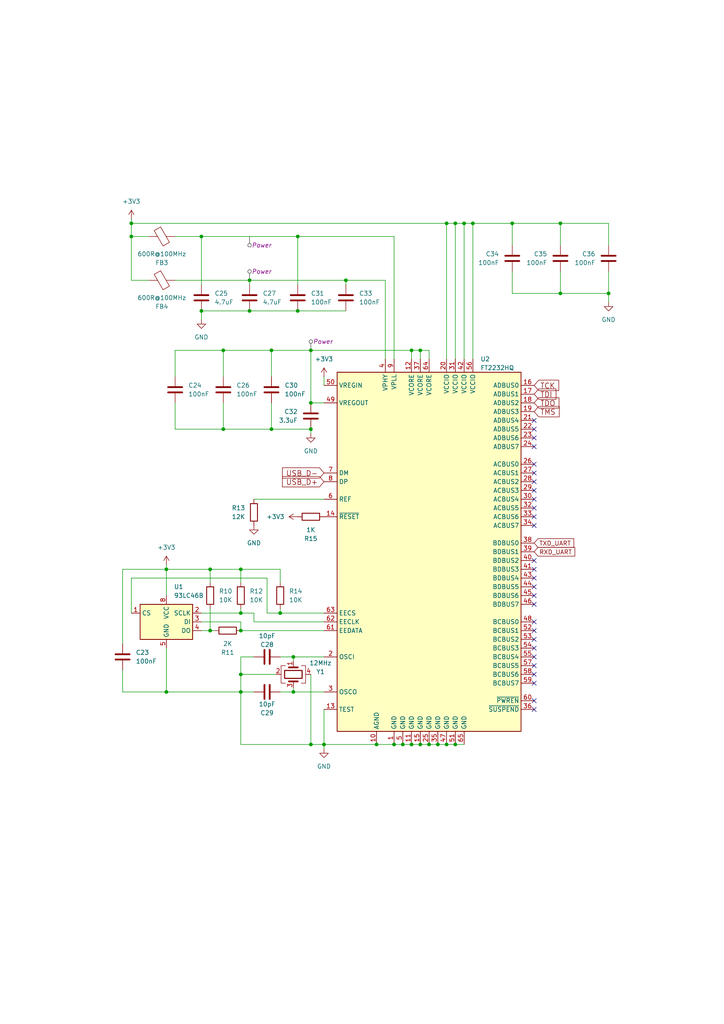
<source format=kicad_sch>
(kicad_sch (version 20231120) (generator "eeschema") (generator_version "8.0")
  (paper "A4" portrait)
  (lib_symbols
    (symbol "Device:C" (pin_numbers hide) (pin_names (offset 0.254))
      (property "Reference" "C" (at 0.635 2.54 0))
      (property "Value" "C" (at 0.635 -2.54 0))
      (symbol "C_0_1"
        (polyline (pts (xy -2.032 -0.762) (xy 2.032 -0.762)) (stroke (width 0.508)))
        (polyline (pts (xy -2.032 0.762) (xy 2.032 0.762)) (stroke (width 0.508)))
      )
      (symbol "C_1_1"
        (pin passive line (at 0 3.81 270) (length 2.794) (name "~") (number "1"))
        (pin passive line (at 0 -3.81 90) (length 2.794) (name "~") (number "2"))
      )
    )
    (symbol "Device:Crystal_GND24" (pin_names (offset 1.016) hide)
      (property "Reference" "Y" (at 3.175 5.08 0))
      (property "Value" "Crystal_GND24" (at 3.175 3.175 0))
      (symbol "Crystal_GND24_0_1"
        (rectangle (start -1.143 2.54) (end 1.143 -2.54) (stroke (width 0.3048)))
        (polyline (pts (xy -2.54 0) (xy -2.032 0)))
        (polyline (pts (xy -2.032 -1.27) (xy -2.032 1.27)) (stroke (width 0.508)))
        (polyline (pts (xy 0 -3.81) (xy 0 -3.556)))
        (polyline (pts (xy 0 3.556) (xy 0 3.81)))
        (polyline (pts (xy 2.032 -1.27) (xy 2.032 1.27)) (stroke (width 0.508)))
        (polyline (pts (xy 2.032 0) (xy 2.54 0)))
        (polyline (pts (xy -2.54 -2.286) (xy -2.54 -3.556) (xy 2.54 -3.556) (xy 2.54 -2.286)))
        (polyline (pts (xy -2.54 2.286) (xy -2.54 3.556) (xy 2.54 3.556) (xy 2.54 2.286)))
      )
      (symbol "Crystal_GND24_1_1"
        (pin passive line (at -3.81 0 0) (length 1.27) (name "1") (number "1"))
        (pin passive line (at 0 5.08 270) (length 1.27) (name "2") (number "2"))
        (pin passive line (at 3.81 0 180) (length 1.27) (name "3") (number "3"))
        (pin passive line (at 0 -5.08 90) (length 1.27) (name "4") (number "4"))
      )
    )
    (symbol "Device:FerriteBead" (pin_numbers hide) (pin_names (offset 0))
      (property "Reference" "FB" (at -3.81 0.635 90))
      (property "Value" "FerriteBead" (at 3.81 0 90))
      (symbol "FerriteBead_0_1"
        (polyline (pts (xy 0 -1.27) (xy 0 -1.2192)))
        (polyline (pts (xy 0 1.27) (xy 0 1.2954)))
        (polyline (pts (xy -2.7686 0.4064) (xy -1.7018 2.2606) (xy 2.7686 -0.3048) (xy 1.6764 -2.159) (xy -2.7686 0.4064)))
      )
      (symbol "FerriteBead_1_1"
        (pin passive line (at 0 3.81 270) (length 2.54) (name "~") (number "1"))
        (pin passive line (at 0 -3.81 90) (length 2.54) (name "~") (number "2"))
      )
    )
    (symbol "Device:R" (pin_numbers hide) (pin_names (offset 0))
      (property "Reference" "R" (at 2.032 0 90))
      (property "Value" "R" (at 0 0 90))
      (symbol "R_0_1"
        (rectangle (start -1.016 -2.54) (end 1.016 2.54) (stroke (width 0.254)))
      )
      (symbol "R_1_1"
        (pin passive line (at 0 3.81 270) (length 1.27) (name "~") (number "1"))
        (pin passive line (at 0 -3.81 90) (length 1.27) (name "~") (number "2"))
      )
    )
    (symbol "Interface_USB:FT2232HQ"
      (property "Reference" "U" (at -26.67 53.34 0))
      (property "Value" "FT2232HQ" (at 19.05 53.34 0))
      (symbol "FT2232HQ_0_1"
        (rectangle (start -26.67 -52.07) (end 26.67 52.07) (stroke (width 0.254)) (fill (type background)))
      )
      (symbol "FT2232HQ_1_1"
        (pin power_in line (at -10.16 -55.88 90) (length 3.81) (name "GND") (number "1"))
        (pin power_in line (at -15.24 -55.88 90) (length 3.81) (name "AGND") (number "10"))
        (pin power_in line (at -5.08 -55.88 90) (length 3.81) (name "GND") (number "11"))
        (pin power_in line (at -5.08 55.88 270) (length 3.81) (name "VCORE") (number "12"))
        (pin input line (at -30.48 -45.72 0) (length 3.81) (name "TEST") (number "13"))
        (pin input line (at -30.48 10.16 0) (length 3.81) (name "~{RESET}") (number "14"))
        (pin power_in line (at -2.54 -55.88 90) (length 3.81) (name "GND") (number "15"))
        (pin bidirectional line (at 30.48 48.26 180) (length 3.81) (name "ADBUS0") (number "16"))
        (pin bidirectional line (at 30.48 45.72 180) (length 3.81) (name "ADBUS1") (number "17"))
        (pin bidirectional line (at 30.48 43.18 180) (length 3.81) (name "ADBUS2") (number "18"))
        (pin bidirectional line (at 30.48 40.64 180) (length 3.81) (name "ADBUS3") (number "19"))
        (pin input line (at -30.48 -30.48 0) (length 3.81) (name "OSCI") (number "2"))
        (pin power_in line (at 5.08 55.88 270) (length 3.81) (name "VCCIO") (number "20"))
        (pin bidirectional line (at 30.48 38.1 180) (length 3.81) (name "ADBUS4") (number "21"))
        (pin bidirectional line (at 30.48 35.56 180) (length 3.81) (name "ADBUS5") (number "22"))
        (pin bidirectional line (at 30.48 33.02 180) (length 3.81) (name "ADBUS6") (number "23"))
        (pin bidirectional line (at 30.48 30.48 180) (length 3.81) (name "ADBUS7") (number "24"))
        (pin power_in line (at 0 -55.88 90) (length 3.81) (name "GND") (number "25"))
        (pin bidirectional line (at 30.48 25.4 180) (length 3.81) (name "ACBUS0") (number "26"))
        (pin bidirectional line (at 30.48 22.86 180) (length 3.81) (name "ACBUS1") (number "27"))
        (pin bidirectional line (at 30.48 20.32 180) (length 3.81) (name "ACBUS2") (number "28"))
        (pin bidirectional line (at 30.48 17.78 180) (length 3.81) (name "ACBUS3") (number "29"))
        (pin output line (at -30.48 -40.64 0) (length 3.81) (name "OSCO") (number "3"))
        (pin bidirectional line (at 30.48 15.24 180) (length 3.81) (name "ACBUS4") (number "30"))
        (pin power_in line (at 7.62 55.88 270) (length 3.81) (name "VCCIO") (number "31"))
        (pin bidirectional line (at 30.48 12.7 180) (length 3.81) (name "ACBUS5") (number "32"))
        (pin bidirectional line (at 30.48 10.16 180) (length 3.81) (name "ACBUS6") (number "33"))
        (pin bidirectional line (at 30.48 7.62 180) (length 3.81) (name "ACBUS7") (number "34"))
        (pin power_in line (at 2.54 -55.88 90) (length 3.81) (name "GND") (number "35"))
        (pin output line (at 30.48 -45.72 180) (length 3.81) (name "~{SUSPEND}") (number "36"))
        (pin power_in line (at -2.54 55.88 270) (length 3.81) (name "VCORE") (number "37"))
        (pin bidirectional line (at 30.48 2.54 180) (length 3.81) (name "BDBUS0") (number "38"))
        (pin bidirectional line (at 30.48 0 180) (length 3.81) (name "BDBUS1") (number "39"))
        (pin power_in line (at -12.7 55.88 270) (length 3.81) (name "VPHY") (number "4"))
        (pin bidirectional line (at 30.48 -2.54 180) (length 3.81) (name "BDBUS2") (number "40"))
        (pin bidirectional line (at 30.48 -5.08 180) (length 3.81) (name "BDBUS3") (number "41"))
        (pin power_in line (at 10.16 55.88 270) (length 3.81) (name "VCCIO") (number "42"))
        (pin bidirectional line (at 30.48 -7.62 180) (length 3.81) (name "BDBUS4") (number "43"))
        (pin bidirectional line (at 30.48 -10.16 180) (length 3.81) (name "BDBUS5") (number "44"))
        (pin bidirectional line (at 30.48 -12.7 180) (length 3.81) (name "BDBUS6") (number "45"))
        (pin bidirectional line (at 30.48 -15.24 180) (length 3.81) (name "BDBUS7") (number "46"))
        (pin power_in line (at 5.08 -55.88 90) (length 3.81) (name "GND") (number "47"))
        (pin bidirectional line (at 30.48 -20.32 180) (length 3.81) (name "BCBUS0") (number "48"))
        (pin power_out line (at -30.48 43.18 0) (length 3.81) (name "VREGOUT") (number "49"))
        (pin power_in line (at -7.62 -55.88 90) (length 3.81) (name "GND") (number "5"))
        (pin power_in line (at -30.48 48.26 0) (length 3.81) (name "VREGIN") (number "50"))
        (pin power_in line (at 7.62 -55.88 90) (length 3.81) (name "GND") (number "51"))
        (pin bidirectional line (at 30.48 -22.86 180) (length 3.81) (name "BCBUS1") (number "52"))
        (pin bidirectional line (at 30.48 -25.4 180) (length 3.81) (name "BCBUS2") (number "53"))
        (pin bidirectional line (at 30.48 -27.94 180) (length 3.81) (name "BCBUS3") (number "54"))
        (pin bidirectional line (at 30.48 -30.48 180) (length 3.81) (name "BCBUS4") (number "55"))
        (pin power_in line (at 12.7 55.88 270) (length 3.81) (name "VCCIO") (number "56"))
        (pin bidirectional line (at 30.48 -33.02 180) (length 3.81) (name "BCBUS5") (number "57"))
        (pin bidirectional line (at 30.48 -35.56 180) (length 3.81) (name "BCBUS6") (number "58"))
        (pin bidirectional line (at 30.48 -38.1 180) (length 3.81) (name "BCBUS7") (number "59"))
        (pin output line (at -30.48 15.24 0) (length 3.81) (name "REF") (number "6"))
        (pin output line (at 30.48 -43.18 180) (length 3.81) (name "~{PWREN}") (number "60"))
        (pin bidirectional line (at -30.48 -22.86 0) (length 3.81) (name "EEDATA") (number "61"))
        (pin output line (at -30.48 -20.32 0) (length 3.81) (name "EECLK") (number "62"))
        (pin output line (at -30.48 -17.78 0) (length 3.81) (name "EECS") (number "63"))
        (pin power_in line (at 0 55.88 270) (length 3.81) (name "VCORE") (number "64"))
        (pin power_in line (at 10.16 -55.88 90) (length 3.81) (name "GND") (number "65"))
        (pin bidirectional line (at -30.48 22.86 0) (length 3.81) (name "DM") (number "7"))
        (pin bidirectional line (at -30.48 20.32 0) (length 3.81) (name "DP") (number "8"))
        (pin input line (at -10.16 55.88 270) (length 3.81) (name "VPLL") (number "9"))
      )
    )
    (symbol "Memory_EEPROM:93LCxxB"
      (property "Reference" "U" (at -7.62 6.35 0))
      (property "Value" "93LCxxB" (at 2.54 -6.35 0))
      (symbol "93LCxxB_1_1"
        (rectangle (start -7.62 5.08) (end 7.62 -5.08) (stroke (width 0.254)) (fill (type background)))
        (pin input line (at -10.16 2.54 0) (length 2.54) (name "CS") (number "1"))
        (pin input line (at 10.16 2.54 180) (length 2.54) (name "SCLK") (number "2"))
        (pin input line (at 10.16 0 180) (length 2.54) (name "DI") (number "3"))
        (pin tri_state line (at 10.16 -2.54 180) (length 2.54) (name "DO") (number "4"))
        (pin power_in line (at 0 -7.62 90) (length 2.54) (name "GND") (number "5"))
        (pin no_connect line (at -7.62 0 0) (length 2.54) hide (name "NC") (number "6"))
        (pin no_connect line (at -7.62 -2.54 0) (length 2.54) hide (name "NC") (number "7"))
        (pin power_in line (at 0 7.62 270) (length 2.54) (name "VCC") (number "8"))
      )
    )
    (symbol "power:+3V3" (power) (pin_numbers hide) (pin_names (offset 0) hide)
      (property "Value" "+3V3" (at 0 3.556 0))
      (symbol "+3V3_0_1"
        (polyline (pts (xy -0.762 1.27) (xy 0 2.54)))
        (polyline (pts (xy 0 0) (xy 0 2.54)))
        (polyline (pts (xy 0 2.54) (xy 0.762 1.27)))
      )
      (symbol "+3V3_1_1"
        (pin power_in line (at 0 0 90) (length 0) (name "~") (number "1"))
      )
    )
    (symbol "power:GND" (power) (pin_numbers hide) (pin_names (offset 0) hide)
      (property "Value" "GND" (at 0 -3.81 0))
      (symbol "GND_0_1"
        (polyline (pts (xy 0 0) (xy 0 -1.27) (xy 1.27 -1.27) (xy 0 -2.54) (xy -1.27 -1.27) (xy 0 -1.27)))
      )
      (symbol "GND_1_1"
        (pin power_in line (at 0 0 270) (length 0) (name "~") (number "1"))
      )
    )
  )
  (junction (at 85.09 200.66))
  (junction (at 78.74 101.6))
  (junction (at 124.46 215.9))
  (junction (at 90.17 116.84))
  (junction (at 64.77 124.46))
  (junction (at 48.26 165.1))
  (junction (at 90.17 124.46))
  (junction (at 132.08 64.77))
  (junction (at 134.62 64.77))
  (junction (at 38.1 64.77))
  (junction (at 69.85 195.58))
  (junction (at 162.56 85.09))
  (junction (at 69.85 177.8))
  (junction (at 69.85 165.1))
  (junction (at 72.39 90.17))
  (junction (at 90.17 101.6))
  (junction (at 69.85 182.88))
  (junction (at 129.54 215.9))
  (junction (at 48.26 200.66))
  (junction (at 81.28 177.8))
  (junction (at 86.36 68.58))
  (junction (at 132.08 215.9))
  (junction (at 93.98 215.9))
  (junction (at 114.3 215.9))
  (junction (at 78.74 124.46))
  (junction (at 60.96 165.1))
  (junction (at 127 215.9))
  (junction (at 38.1 68.58))
  (junction (at 119.38 101.6))
  (junction (at 85.09 190.5))
  (junction (at 162.56 64.77))
  (junction (at 64.77 101.6))
  (junction (at 69.85 200.66))
  (junction (at 116.84 215.9))
  (junction (at 121.92 101.6))
  (junction (at 72.39 81.28))
  (junction (at 90.17 215.9))
  (junction (at 109.22 215.9))
  (junction (at 137.16 64.77))
  (junction (at 58.42 90.17))
  (junction (at 119.38 215.9))
  (junction (at 100.33 81.28))
  (junction (at 86.36 90.17))
  (junction (at 121.92 215.9))
  (junction (at 176.53 85.09))
  (junction (at 58.42 68.58))
  (junction (at 129.54 64.77))
  (junction (at 148.59 64.77))
  (junction (at 60.96 182.88))
  (no_connect (at 154.94 134.62))
  (no_connect (at 154.94 129.54))
  (no_connect (at 154.94 147.32))
  (no_connect (at 154.94 170.18))
  (no_connect (at 154.94 144.78))
  (no_connect (at 154.94 182.88))
  (no_connect (at 154.94 124.46))
  (no_connect (at 154.94 172.72))
  (no_connect (at 154.94 152.4))
  (no_connect (at 154.94 139.7))
  (no_connect (at 154.94 127))
  (no_connect (at 154.94 175.26))
  (no_connect (at 154.94 121.92))
  (no_connect (at 154.94 190.5))
  (no_connect (at 154.94 195.58))
  (no_connect (at 154.94 149.86))
  (no_connect (at 154.94 187.96))
  (no_connect (at 154.94 198.12))
  (no_connect (at 154.94 165.1))
  (no_connect (at 154.94 167.64))
  (no_connect (at 154.94 193.04))
  (no_connect (at 154.94 180.34))
  (no_connect (at 154.94 185.42))
  (no_connect (at 154.94 142.24))
  (no_connect (at 154.94 137.16))
  (no_connect (at 154.94 162.56))
  (no_connect (at 154.94 203.2))
  (no_connect (at 154.94 205.74))
  (wire (pts (xy 69.85 195.58) (xy 80.01 195.58)))
  (wire (pts (xy 124.46 101.6) (xy 124.46 104.14)))
  (wire (pts (xy 85.09 190.5) (xy 85.09 191.77)))
  (wire (pts (xy 129.54 64.77) (xy 132.08 64.77)))
  (wire (pts (xy 162.56 85.09) (xy 176.53 85.09)))
  (wire (pts (xy 129.54 64.77) (xy 129.54 104.14)))
  (wire (pts (xy 72.39 81.28) (xy 100.33 81.28)))
  (wire (pts (xy 81.28 177.8) (xy 93.98 177.8)))
  (wire (pts (xy 85.09 200.66) (xy 93.98 200.66)))
  (wire (pts (xy 38.1 64.77) (xy 38.1 68.58)))
  (wire (pts (xy 93.98 111.76) (xy 93.98 109.22)))
  (wire (pts (xy 119.38 215.9) (xy 121.92 215.9)))
  (wire (pts (xy 38.1 68.58) (xy 38.1 81.28)))
  (wire (pts (xy 50.8 116.84) (xy 50.8 124.46)))
  (wire (pts (xy 90.17 195.58) (xy 90.17 215.9)))
  (wire (pts (xy 69.85 165.1) (xy 69.85 168.91)))
  (wire (pts (xy 90.17 215.9) (xy 93.98 215.9)))
  (wire (pts (xy 81.28 200.66) (xy 85.09 200.66)))
  (wire (pts (xy 148.59 85.09) (xy 162.56 85.09)))
  (wire (pts (xy 50.8 68.58) (xy 58.42 68.58)))
  (wire (pts (xy 48.26 165.1) (xy 60.96 165.1)))
  (wire (pts (xy 176.53 85.09) (xy 176.53 87.63)))
  (wire (pts (xy 132.08 215.9) (xy 134.62 215.9)))
  (wire (pts (xy 100.33 81.28) (xy 100.33 82.55)))
  (wire (pts (xy 69.85 215.9) (xy 90.17 215.9)))
  (wire (pts (xy 111.76 81.28) (xy 111.76 104.14)))
  (wire (pts (xy 69.85 200.66) (xy 69.85 215.9)))
  (wire (pts (xy 50.8 124.46) (xy 64.77 124.46)))
  (wire (pts (xy 121.92 215.9) (xy 124.46 215.9)))
  (wire (pts (xy 100.33 81.28) (xy 111.76 81.28)))
  (wire (pts (xy 90.17 116.84) (xy 90.17 101.6)))
  (wire (pts (xy 162.56 64.77) (xy 176.53 64.77)))
  (wire (pts (xy 90.17 125.73) (xy 90.17 124.46)))
  (wire (pts (xy 78.74 124.46) (xy 90.17 124.46)))
  (wire (pts (xy 78.74 109.22) (xy 78.74 101.6)))
  (wire (pts (xy 81.28 165.1) (xy 81.28 168.91)))
  (wire (pts (xy 148.59 78.74) (xy 148.59 85.09)))
  (wire (pts (xy 119.38 101.6) (xy 119.38 104.14)))
  (wire (pts (xy 60.96 182.88) (xy 62.23 182.88)))
  (wire (pts (xy 64.77 124.46) (xy 78.74 124.46)))
  (wire (pts (xy 176.53 78.74) (xy 176.53 85.09)))
  (wire (pts (xy 77.47 177.8) (xy 81.28 177.8)))
  (wire (pts (xy 64.77 116.84) (xy 64.77 124.46)))
  (wire (pts (xy 38.1 177.8) (xy 38.1 167.64)))
  (wire (pts (xy 58.42 92.71) (xy 58.42 90.17)))
  (wire (pts (xy 109.22 215.9) (xy 114.3 215.9)))
  (wire (pts (xy 93.98 205.74) (xy 93.98 215.9)))
  (wire (pts (xy 48.26 200.66) (xy 69.85 200.66)))
  (wire (pts (xy 127 215.9) (xy 129.54 215.9)))
  (wire (pts (xy 38.1 64.77) (xy 129.54 64.77)))
  (wire (pts (xy 93.98 116.84) (xy 90.17 116.84)))
  (wire (pts (xy 134.62 64.77) (xy 134.62 104.14)))
  (wire (pts (xy 38.1 68.58) (xy 43.18 68.58)))
  (wire (pts (xy 60.96 176.53) (xy 60.96 182.88)))
  (wire (pts (xy 58.42 90.17) (xy 72.39 90.17)))
  (wire (pts (xy 77.47 167.64) (xy 77.47 177.8)))
  (wire (pts (xy 50.8 101.6) (xy 50.8 109.22)))
  (wire (pts (xy 137.16 64.77) (xy 137.16 104.14)))
  (wire (pts (xy 129.54 215.9) (xy 132.08 215.9)))
  (wire (pts (xy 64.77 109.22) (xy 64.77 101.6)))
  (wire (pts (xy 72.39 90.17) (xy 86.36 90.17)))
  (wire (pts (xy 48.26 187.96) (xy 48.26 200.66)))
  (wire (pts (xy 114.3 68.58) (xy 114.3 104.14)))
  (wire (pts (xy 137.16 64.77) (xy 148.59 64.77)))
  (wire (pts (xy 90.17 101.6) (xy 119.38 101.6)))
  (wire (pts (xy 35.56 200.66) (xy 48.26 200.66)))
  (wire (pts (xy 86.36 68.58) (xy 114.3 68.58)))
  (wire (pts (xy 69.85 190.5) (xy 73.66 190.5)))
  (wire (pts (xy 35.56 165.1) (xy 35.56 186.69)))
  (wire (pts (xy 86.36 68.58) (xy 86.36 82.55)))
  (wire (pts (xy 69.85 165.1) (xy 81.28 165.1)))
  (wire (pts (xy 38.1 63.5) (xy 38.1 64.77)))
  (wire (pts (xy 69.85 176.53) (xy 69.85 177.8)))
  (wire (pts (xy 64.77 101.6) (xy 78.74 101.6)))
  (wire (pts (xy 85.09 190.5) (xy 93.98 190.5)))
  (wire (pts (xy 114.3 215.9) (xy 116.84 215.9)))
  (wire (pts (xy 134.62 64.77) (xy 137.16 64.77)))
  (wire (pts (xy 50.8 81.28) (xy 72.39 81.28)))
  (wire (pts (xy 50.8 101.6) (xy 64.77 101.6)))
  (wire (pts (xy 58.42 182.88) (xy 60.96 182.88)))
  (wire (pts (xy 162.56 78.74) (xy 162.56 85.09)))
  (wire (pts (xy 121.92 101.6) (xy 124.46 101.6)))
  (wire (pts (xy 78.74 116.84) (xy 78.74 124.46)))
  (wire (pts (xy 93.98 215.9) (xy 93.98 217.17)))
  (wire (pts (xy 48.26 165.1) (xy 48.26 172.72)))
  (wire (pts (xy 69.85 177.8) (xy 73.66 177.8)))
  (wire (pts (xy 86.36 90.17) (xy 100.33 90.17)))
  (wire (pts (xy 69.85 182.88) (xy 69.85 180.34)))
  (wire (pts (xy 38.1 81.28) (xy 43.18 81.28)))
  (wire (pts (xy 69.85 195.58) (xy 69.85 200.66)))
  (wire (pts (xy 93.98 144.78) (xy 73.66 144.78)))
  (wire (pts (xy 81.28 190.5) (xy 85.09 190.5)))
  (wire (pts (xy 81.28 176.53) (xy 81.28 177.8)))
  (wire (pts (xy 69.85 200.66) (xy 73.66 200.66)))
  (wire (pts (xy 58.42 68.58) (xy 58.42 82.55)))
  (wire (pts (xy 69.85 190.5) (xy 69.85 195.58)))
  (wire (pts (xy 60.96 165.1) (xy 69.85 165.1)))
  (wire (pts (xy 93.98 182.88) (xy 69.85 182.88)))
  (wire (pts (xy 72.39 81.28) (xy 72.39 82.55)))
  (wire (pts (xy 124.46 215.9) (xy 127 215.9)))
  (wire (pts (xy 162.56 64.77) (xy 162.56 71.12)))
  (wire (pts (xy 48.26 165.1) (xy 35.56 165.1)))
  (wire (pts (xy 93.98 180.34) (xy 73.66 180.34)))
  (wire (pts (xy 93.98 215.9) (xy 109.22 215.9)))
  (wire (pts (xy 58.42 177.8) (xy 69.85 177.8)))
  (wire (pts (xy 132.08 64.77) (xy 132.08 104.14)))
  (wire (pts (xy 35.56 194.31) (xy 35.56 200.66)))
  (wire (pts (xy 119.38 101.6) (xy 121.92 101.6)))
  (wire (pts (xy 85.09 199.39) (xy 85.09 200.66)))
  (wire (pts (xy 48.26 163.83) (xy 48.26 165.1)))
  (wire (pts (xy 60.96 165.1) (xy 60.96 168.91)))
  (wire (pts (xy 148.59 64.77) (xy 162.56 64.77)))
  (wire (pts (xy 38.1 167.64) (xy 77.47 167.64)))
  (wire (pts (xy 73.66 180.34) (xy 73.66 177.8)))
  (wire (pts (xy 148.59 64.77) (xy 148.59 71.12)))
  (wire (pts (xy 176.53 64.77) (xy 176.53 71.12)))
  (wire (pts (xy 121.92 101.6) (xy 121.92 104.14)))
  (wire (pts (xy 69.85 180.34) (xy 58.42 180.34)))
  (wire (pts (xy 132.08 64.77) (xy 134.62 64.77)))
  (wire (pts (xy 116.84 215.9) (xy 119.38 215.9)))
  (wire (pts (xy 58.42 68.58) (xy 86.36 68.58)))
  (wire (pts (xy 78.74 101.6) (xy 90.17 101.6)))
  (global_label "TDO" (shape input) (at 154.94 116.84 0) (effects (font (size 1.524 1.524))) (property "Intersheetrefs" "${INTERSHEET_REFS}" (effects (hide yes))))
  (global_label "RXD_UART" (shape input) (at 154.94 160.02 0) (property "Intersheetrefs" "${INTERSHEET_REFS}" (effects (hide yes))))
  (global_label "TXD_UART" (shape input) (at 154.94 157.48 0) (property "Intersheetrefs" "${INTERSHEET_REFS}" (effects (hide yes))))
  (global_label "USB_D+" (shape input) (at 93.98 139.7 180) (effects (font (size 1.524 1.524))) (property "Intersheetrefs" "${INTERSHEET_REFS}" (effects (hide yes))))
  (global_label "USB_D-" (shape input) (at 93.98 137.16 180) (effects (font (size 1.524 1.524))) (property "Intersheetrefs" "${INTERSHEET_REFS}" (effects (hide yes))))
  (global_label "TDI" (shape input) (at 154.94 114.3 0) (effects (font (size 1.524 1.524))) (property "Intersheetrefs" "${INTERSHEET_REFS}" (effects (hide yes))))
  (global_label "TMS" (shape input) (at 154.94 119.38 0) (effects (font (size 1.524 1.524))) (property "Intersheetrefs" "${INTERSHEET_REFS}" (effects (hide yes))))
  (global_label "TCK" (shape input) (at 154.94 111.76 0) (effects (font (size 1.524 1.524))) (property "Intersheetrefs" "${INTERSHEET_REFS}" (effects (hide yes))))
  (netclass_flag "" (length 2.54) (shape round) (at 90.17 101.6 0) (property "Netclass" "Power" (at 90.7796 99.06 0) (effects (font (italic yes)) (justify left))))
  (netclass_flag "" (length 2.54) (shape round) (at 72.39 68.58 180) (property "Netclass" "Power" (at 72.9996 71.12 0) (effects (font (italic yes)) (justify left))))
  (netclass_flag "" (length 2.54) (shape round) (at 72.39 81.28 0) (property "Netclass" "Power" (at 72.9996 78.74 0) (effects (font (italic yes)) (justify left))))
  (symbol (lib_id "power:GND") (at 73.66 152.4 0) (unit 1)
    (property "Reference" "#PWR042" (effects (hide yes)))
    (property "Value" "GND" (at 73.66 157.48 0))
    (property "Description" "Power symbol creates a global label with name \"GND\" , ground" (effects (hide yes)))
  )
  (symbol (lib_id "Device:C") (at 100.33 86.36 0) (unit 1)
    (property "Reference" "C33" (at 104.14 85.0899 0) (effects (justify left)))
    (property "Value" "100nF" (at 104.14 87.6299 0) (effects (justify left)))
    (property "Footprint" "Capacitor_SMD:C_0402_1005Metric" (effects (hide yes)))
    (property "Description" "Unpolarized capacitor" (effects (hide yes)))
    (property "JLC" "0402" (effects (hide yes)))
    (property "LCSC" "C1525" (effects (hide yes)))
  )
  (symbol (lib_id "Device:C") (at 58.42 86.36 0) (unit 1)
    (property "Reference" "C25" (at 62.23 85.0899 0) (effects (justify left)))
    (property "Value" "4.7uF" (at 62.23 87.6299 0) (effects (justify left)))
    (property "Footprint" "Capacitor_SMD:C_0402_1005Metric" (effects (hide yes)))
    (property "Description" "Unpolarized capacitor" (effects (hide yes)))
    (property "JLC" "0402" (effects (hide yes)))
    (property "LCSC" "C23733" (effects (hide yes)))
  )
  (symbol (lib_id "power:+3V3") (at 93.98 109.22 0) (unit 1)
    (property "Reference" "#PWR043" (effects (hide yes)))
    (property "Value" "+3V3" (at 93.98 104.14 0))
    (property "Description" "Power symbol creates a global label with name \"+3V3\"" (effects (hide yes)))
  )
  (symbol (lib_id "power:+3V3") (at 48.26 163.83 0) (unit 1)
    (property "Reference" "#PWR039" (effects (hide yes)))
    (property "Value" "+3V3" (at 48.26 158.75 0))
    (property "Description" "Power symbol creates a global label with name \"+3V3\"" (effects (hide yes)))
  )
  (symbol (lib_id "Device:R") (at 90.17 149.86 90) (mirror x) (unit 1)
    (property "Reference" "R15" (at 90.17 156.21 90))
    (property "Value" "1K" (at 90.17 153.67 90))
    (property "Footprint" "Resistor_SMD:R_0402_1005Metric" (effects (hide yes)))
    (property "Description" "Resistor" (effects (hide yes)))
    (property "JLC" "0402" (effects (hide yes)))
    (property "LCSC" "C11702" (effects (hide yes)))
  )
  (symbol (lib_id "Device:R") (at 69.85 172.72 0) (unit 1)
    (property "Reference" "R12" (at 72.39 171.4499 0) (effects (justify left)))
    (property "Value" "10K" (at 72.39 173.9899 0) (effects (justify left)))
    (property "Footprint" "Resistor_SMD:R_0402_1005Metric" (effects (hide yes)))
    (property "Description" "Resistor" (effects (hide yes)))
    (property "JLC" "0402" (effects (hide yes)))
    (property "LCSC" "C25744" (effects (hide yes)))
  )
  (symbol (lib_id "Device:C") (at 35.56 190.5 0) (unit 1)
    (property "Reference" "C23" (at 39.37 189.2299 0) (effects (justify left)))
    (property "Value" "100nF" (at 39.37 191.7699 0) (effects (justify left)))
    (property "Footprint" "Capacitor_SMD:C_0402_1005Metric" (effects (hide yes)))
    (property "Description" "Unpolarized capacitor" (effects (hide yes)))
    (property "JLC" "0402" (effects (hide yes)))
    (property "LCSC" "C1525" (effects (hide yes)))
  )
  (symbol (lib_id "Device:C") (at 86.36 86.36 0) (unit 1)
    (property "Reference" "C31" (at 90.17 85.0899 0) (effects (justify left)))
    (property "Value" "100nF" (at 90.17 87.6299 0) (effects (justify left)))
    (property "Footprint" "Capacitor_SMD:C_0402_1005Metric" (effects (hide yes)))
    (property "Description" "Unpolarized capacitor" (effects (hide yes)))
    (property "JLC" "0402" (effects (hide yes)))
    (property "LCSC" "C1525" (effects (hide yes)))
  )
  (symbol (lib_id "power:GND") (at 176.53 87.63 0) (unit 1)
    (property "Reference" "#PWR047" (effects (hide yes)))
    (property "Value" "GND" (at 176.53 92.71 0))
    (property "Description" "Power symbol creates a global label with name \"GND\" , ground" (effects (hide yes)))
  )
  (symbol (lib_id "Device:Crystal_GND24") (at 85.09 195.58 90) (mirror x) (unit 1)
    (property "Reference" "Y1" (at 92.964 194.818 90))
    (property "Value" "12MHz" (at 92.964 192.278 90))
    (property "Footprint" "Crystal:Crystal_SMD_2520-4Pin_2.5x2.0mm" (effects (hide yes)))
    (property "Datasheet" "https://wmsc.lcsc.com/wmsc/upload/file/pdf/v2/lcsc/1810251532_Yajingxin-TXM12M0004252DBCEO00T_C284154.pdf" (effects (hide yes)))
    (property "Description" "Four pin crystal, GND on pins 2 and 4" (effects (hide yes)))
    (property "JLC" "SMD2520-4P " (effects (hide yes)))
    (property "LCSC" "C284154" (effects (hide yes)))
  )
  (symbol (lib_id "power:GND") (at 58.42 92.71 0) (unit 1)
    (property "Reference" "#PWR041" (effects (hide yes)))
    (property "Value" "GND" (at 58.42 97.79 0))
    (property "Description" "Power symbol creates a global label with name \"GND\" , ground" (effects (hide yes)))
  )
  (symbol (lib_id "Device:FerriteBead") (at 46.99 68.58 90) (mirror x) (unit 1)
    (property "Reference" "FB3" (at 46.9392 76.2 90))
    (property "Value" "600R@100MHz" (at 46.9392 73.66 90))
    (property "Footprint" "Inductor_SMD:L_0603_1608Metric" (effects (hide yes)))
    (property "Description" "Ferrite bead" (effects (hide yes)))
    (property "JLC" "0603" (effects (hide yes)))
    (property "LCSC" "C1002" (effects (hide yes)))
  )
  (symbol (lib_id "Memory_EEPROM:93LCxxB") (at 48.26 180.34 0) (unit 1)
    (property "Reference" "U1" (at 50.4541 170.18 0) (effects (justify left)))
    (property "Value" "93LC46B" (at 50.4541 172.72 0) (effects (justify left)))
    (property "Footprint" "Package_SO:TSSOP-8_4.4x3mm_P0.65mm" (effects (hide yes)))
    (property "Datasheet" "http://ww1.microchip.com/downloads/en/DeviceDoc/20001749K.pdf" (effects (hide yes)))
    (property "Description" "Serial EEPROM, 93 Series, 2.5V, DIP-8/SOIC-8" (effects (hide yes)))
    (property "JLC" "TSSOP-8" (effects (hide yes)))
    (property "LCSC" "C616741" (effects (hide yes)))
  )
  (symbol (lib_id "Device:FerriteBead") (at 46.99 81.28 90) (mirror x) (unit 1)
    (property "Reference" "FB4" (at 46.9392 88.9 90))
    (property "Value" "600R@100MHz" (at 46.9392 86.36 90))
    (property "Footprint" "Inductor_SMD:L_0603_1608Metric" (effects (hide yes)))
    (property "Description" "Ferrite bead" (effects (hide yes)))
    (property "JLC" "0603" (effects (hide yes)))
    (property "LCSC" "C1002" (effects (hide yes)))
  )
  (symbol (lib_id "Device:C") (at 77.47 190.5 90) (mirror x) (unit 1)
    (property "Reference" "C28" (at 77.47 186.944 90))
    (property "Value" "10pF" (at 77.47 184.404 90))
    (property "Footprint" "Capacitor_SMD:C_0402_1005Metric" (effects (hide yes)))
    (property "Description" "Unpolarized capacitor" (effects (hide yes)))
    (property "JLC" "0402" (effects (hide yes)))
    (property "LCSC" "C32949" (effects (hide yes)))
  )
  (symbol (lib_id "power:GND") (at 90.17 125.73 0) (unit 1)
    (property "Reference" "#PWR044" (effects (hide yes)))
    (property "Value" "GND" (at 90.17 130.81 0))
    (property "Description" "Power symbol creates a global label with name \"GND\" , ground" (effects (hide yes)))
  )
  (symbol (lib_id "Device:R") (at 60.96 172.72 180) (unit 1)
    (property "Reference" "R10" (at 63.5 171.4499 0) (effects (justify right)))
    (property "Value" "10K" (at 63.5 173.9899 0) (effects (justify right)))
    (property "Footprint" "Resistor_SMD:R_0402_1005Metric" (effects (hide yes)))
    (property "Description" "Resistor" (effects (hide yes)))
    (property "JLC" "0402" (effects (hide yes)))
    (property "LCSC" "C25744" (effects (hide yes)))
  )
  (symbol (lib_id "Device:C") (at 64.77 113.03 0) (unit 1)
    (property "Reference" "C26" (at 68.58 111.7599 0) (effects (justify left)))
    (property "Value" "100nF" (at 68.58 114.2999 0) (effects (justify left)))
    (property "Footprint" "Capacitor_SMD:C_0402_1005Metric" (effects (hide yes)))
    (property "Description" "Unpolarized capacitor" (effects (hide yes)))
    (property "JLC" "0402" (effects (hide yes)))
    (property "LCSC" "C1525" (effects (hide yes)))
  )
  (symbol (lib_id "Device:R") (at 73.66 148.59 0) (unit 1)
    (property "Reference" "R13" (at 71.12 147.3199 0) (effects (justify right)))
    (property "Value" "12K" (at 71.12 149.8599 0) (effects (justify right)))
    (property "Footprint" "Resistor_SMD:R_0402_1005Metric" (effects (hide yes)))
    (property "Description" "Resistor" (effects (hide yes)))
    (property "JLC" "0402" (effects (hide yes)))
    (property "LCSC" "C25752" (effects (hide yes)))
  )
  (symbol (lib_id "Device:C") (at 50.8 113.03 0) (unit 1)
    (property "Reference" "C24" (at 54.61 111.7599 0) (effects (justify left)))
    (property "Value" "100nF" (at 54.61 114.2999 0) (effects (justify left)))
    (property "Footprint" "Capacitor_SMD:C_0402_1005Metric" (effects (hide yes)))
    (property "Description" "Unpolarized capacitor" (effects (hide yes)))
    (property "JLC" "0402" (effects (hide yes)))
    (property "LCSC" "C1525" (effects (hide yes)))
  )
  (symbol (lib_id "Device:R") (at 81.28 172.72 180) (unit 1)
    (property "Reference" "R14" (at 83.82 171.4499 0) (effects (justify right)))
    (property "Value" "10K" (at 83.82 173.9899 0) (effects (justify right)))
    (property "Footprint" "Resistor_SMD:R_0402_1005Metric" (effects (hide yes)))
    (property "Description" "Resistor" (effects (hide yes)))
    (property "JLC" "0402" (effects (hide yes)))
    (property "LCSC" "C25744" (effects (hide yes)))
  )
  (symbol (lib_id "Device:C") (at 162.56 74.93 0) (unit 1)
    (property "Reference" "C35" (at 158.75 73.6599 0) (effects (justify right)))
    (property "Value" "100nF" (at 158.75 76.1999 0) (effects (justify right)))
    (property "Footprint" "Capacitor_SMD:C_0402_1005Metric" (effects (hide yes)))
    (property "Description" "Unpolarized capacitor" (effects (hide yes)))
    (property "JLC" "0402" (effects (hide yes)))
    (property "LCSC" "C1525" (effects (hide yes)))
  )
  (symbol (lib_id "power:GND") (at 93.98 217.17 0) (unit 1)
    (property "Reference" "#PWR046" (effects (hide yes)))
    (property "Value" "GND" (at 93.98 222.25 0))
    (property "Description" "Power symbol creates a global label with name \"GND\" , ground" (effects (hide yes)))
  )
  (symbol (lib_id "Device:C") (at 77.47 200.66 90) (mirror x) (unit 1)
    (property "Reference" "C29" (at 77.47 206.756 90))
    (property "Value" "10pF" (at 77.47 204.216 90))
    (property "Footprint" "Capacitor_SMD:C_0402_1005Metric" (effects (hide yes)))
    (property "Description" "Unpolarized capacitor" (effects (hide yes)))
    (property "JLC" "0402" (effects (hide yes)))
    (property "LCSC" "C32949" (effects (hide yes)))
  )
  (symbol (lib_id "Device:C") (at 176.53 74.93 0) (unit 1)
    (property "Reference" "C36" (at 172.72 73.6599 0) (effects (justify right)))
    (property "Value" "100nF" (at 172.72 76.1999 0) (effects (justify right)))
    (property "Footprint" "Capacitor_SMD:C_0402_1005Metric" (effects (hide yes)))
    (property "Description" "Unpolarized capacitor" (effects (hide yes)))
    (property "JLC" "0402" (effects (hide yes)))
    (property "LCSC" "C1525" (effects (hide yes)))
  )
  (symbol (lib_id "power:+3V3") (at 38.1 63.5 0) (unit 1)
    (property "Reference" "#PWR076" (effects (hide yes)))
    (property "Value" "+3V3" (at 38.1 58.42 0))
    (property "Description" "Power symbol creates a global label with name \"+3V3\"" (effects (hide yes)))
  )
  (symbol (lib_id "Device:C") (at 78.74 113.03 0) (unit 1)
    (property "Reference" "C30" (at 82.55 111.7599 0) (effects (justify left)))
    (property "Value" "100nF" (at 82.55 114.2999 0) (effects (justify left)))
    (property "Footprint" "Capacitor_SMD:C_0402_1005Metric" (effects (hide yes)))
    (property "Description" "Unpolarized capacitor" (effects (hide yes)))
    (property "JLC" "0402" (effects (hide yes)))
    (property "LCSC" "C1525" (effects (hide yes)))
  )
  (symbol (lib_id "Interface_USB:FT2232HQ") (at 124.46 160.02 0) (unit 1)
    (property "Reference" "U2" (at 139.3541 104.14 0) (effects (justify left)))
    (property "Value" "FT2232HQ" (at 139.3541 106.68 0) (effects (justify left)))
    (property "Footprint" "Package_DFN_QFN:QFN-64-1EP_9x9mm_P0.5mm_EP4.35x4.35mm" (effects (hide yes)))
    (property "Datasheet" "https://www.ftdichip.com/Support/Documents/DataSheets/ICs/DS_FT2232H.pdf" (effects (hide yes)))
    (property "Description" "Hi Speed Double Channel USB UART/FIFO, QFN-64" (effects (hide yes)))
    (property "JLC" "QFN-64-EP(9x9)" (effects (hide yes)))
    (property "LCSC" "C193662" (effects (hide yes)))
  )
  (symbol (lib_id "Device:C") (at 90.17 120.65 0) (unit 1)
    (property "Reference" "C32" (at 86.36 119.3799 0) (effects (justify right)))
    (property "Value" "3.3uF" (at 86.36 121.9199 0) (effects (justify right)))
    (property "Footprint" "Capacitor_SMD:C_0402_1005Metric" (effects (hide yes)))
    (property "Description" "Unpolarized capacitor" (effects (hide yes)))
    (property "JLC" "0402" (effects (hide yes)))
    (property "LCSC" "C695126" (effects (hide yes)))
  )
  (symbol (lib_id "Device:C") (at 72.39 86.36 0) (unit 1)
    (property "Reference" "C27" (at 76.2 85.0899 0) (effects (justify left)))
    (property "Value" "4.7uF" (at 76.2 87.6299 0) (effects (justify left)))
    (property "Footprint" "Capacitor_SMD:C_0402_1005Metric" (effects (hide yes)))
    (property "Description" "Unpolarized capacitor" (effects (hide yes)))
    (property "JLC" "0402" (effects (hide yes)))
    (property "LCSC" "C23733" (effects (hide yes)))
  )
  (symbol (lib_id "Device:C") (at 148.59 74.93 0) (mirror y) (unit 1)
    (property "Reference" "C34" (at 144.78 73.6599 0) (effects (justify left)))
    (property "Value" "100nF" (at 144.78 76.1999 0) (effects (justify left)))
    (property "Footprint" "Capacitor_SMD:C_0402_1005Metric" (effects (hide yes)))
    (property "Description" "Unpolarized capacitor" (effects (hide yes)))
    (property "JLC" "0402" (effects (hide yes)))
    (property "LCSC" "C1525" (effects (hide yes)))
  )
  (symbol (lib_id "power:+3V3") (at 86.36 149.86 90) (unit 1)
    (property "Reference" "#PWR040" (effects (hide yes)))
    (property "Value" "+3V3" (at 82.55 149.8599 90) (effects (justify left)))
    (property "Description" "Power symbol creates a global label with name \"+3V3\"" (effects (hide yes)))
  )
  (symbol (lib_id "Device:R") (at 66.04 182.88 90) (mirror x) (unit 1)
    (property "Reference" "R11" (at 66.04 189.23 90))
    (property "Value" "2K" (at 66.04 186.69 90))
    (property "Footprint" "Resistor_SMD:R_0402_1005Metric" (effects (hide yes)))
    (property "Description" "Resistor" (effects (hide yes)))
    (property "JLC" "0402" (effects (hide yes)))
    (property "LCSC" "C4109" (effects (hide yes)))
  )
)
</source>
